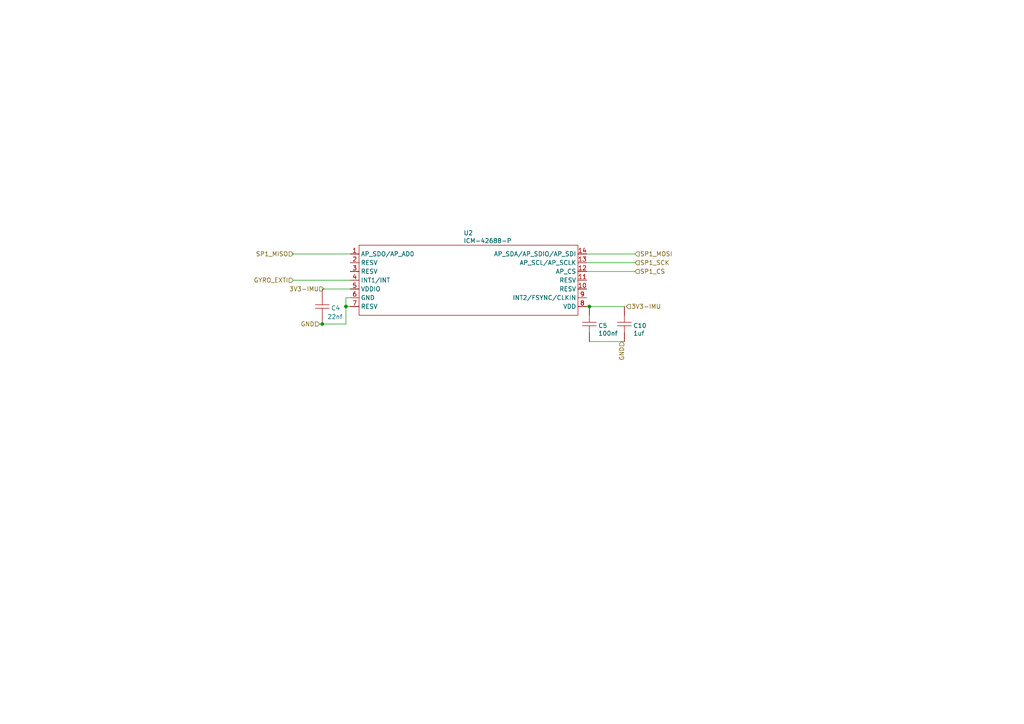
<source format=kicad_sch>
(kicad_sch
	(version 20250114)
	(generator "eeschema")
	(generator_version "9.0")
	(uuid "fda74890-97fa-4a8d-b5ab-f965a00fbb1f")
	(paper "A4")
	(lib_symbols
		(symbol "1_P1-altium-import:root_0_ICM-42688-P_"
			(exclude_from_sim no)
			(in_bom yes)
			(on_board yes)
			(property "Reference" ""
				(at 0 0 0)
				(effects
					(font
						(size 1.27 1.27)
					)
				)
			)
			(property "Value" ""
				(at 0 0 0)
				(effects
					(font
						(size 1.27 1.27)
					)
				)
			)
			(property "Footprint" ""
				(at 0 0 0)
				(effects
					(font
						(size 1.27 1.27)
					)
					(hide yes)
				)
			)
			(property "Datasheet" ""
				(at 0 0 0)
				(effects
					(font
						(size 1.27 1.27)
					)
					(hide yes)
				)
			)
			(property "Description" ""
				(at 0 0 0)
				(effects
					(font
						(size 1.27 1.27)
					)
					(hide yes)
				)
			)
			(property "ki_fp_filters" "*LGA-14_L3.0-W2.5-P0.50-TL*"
				(at 0 0 0)
				(effects
					(font
						(size 1.27 1.27)
					)
					(hide yes)
				)
			)
			(symbol "root_0_ICM-42688-P__1_0"
				(rectangle
					(start -31.75 10.16)
					(end 31.75 -10.16)
					(stroke
						(width 0)
						(type solid)
						(color 160 0 0 1)
					)
					(fill
						(type none)
					)
				)
				(pin passive line
					(at -34.29 7.62 0)
					(length 2.54)
					(name "AP_SDO/AP_AD0"
						(effects
							(font
								(size 1.27 1.27)
							)
						)
					)
					(number "1"
						(effects
							(font
								(size 1.27 1.27)
							)
						)
					)
				)
				(pin passive line
					(at -34.29 5.08 0)
					(length 2.54)
					(name "RESV"
						(effects
							(font
								(size 1.27 1.27)
							)
						)
					)
					(number "2"
						(effects
							(font
								(size 1.27 1.27)
							)
						)
					)
				)
				(pin passive line
					(at -34.29 2.54 0)
					(length 2.54)
					(name "RESV"
						(effects
							(font
								(size 1.27 1.27)
							)
						)
					)
					(number "3"
						(effects
							(font
								(size 1.27 1.27)
							)
						)
					)
				)
				(pin passive line
					(at -34.29 0 0)
					(length 2.54)
					(name "INT1/INT"
						(effects
							(font
								(size 1.27 1.27)
							)
						)
					)
					(number "4"
						(effects
							(font
								(size 1.27 1.27)
							)
						)
					)
				)
				(pin passive line
					(at -34.29 -2.54 0)
					(length 2.54)
					(name "VDDIO"
						(effects
							(font
								(size 1.27 1.27)
							)
						)
					)
					(number "5"
						(effects
							(font
								(size 1.27 1.27)
							)
						)
					)
				)
				(pin passive line
					(at -34.29 -5.08 0)
					(length 2.54)
					(name "GND"
						(effects
							(font
								(size 1.27 1.27)
							)
						)
					)
					(number "6"
						(effects
							(font
								(size 1.27 1.27)
							)
						)
					)
				)
				(pin passive line
					(at -34.29 -7.62 0)
					(length 2.54)
					(name "RESV"
						(effects
							(font
								(size 1.27 1.27)
							)
						)
					)
					(number "7"
						(effects
							(font
								(size 1.27 1.27)
							)
						)
					)
				)
				(pin passive line
					(at 34.29 7.62 180)
					(length 2.54)
					(name "AP_SDA/AP_SDIO/AP_SDI"
						(effects
							(font
								(size 1.27 1.27)
							)
						)
					)
					(number "14"
						(effects
							(font
								(size 1.27 1.27)
							)
						)
					)
				)
				(pin passive line
					(at 34.29 5.08 180)
					(length 2.54)
					(name "AP_SCL/AP_SCLK"
						(effects
							(font
								(size 1.27 1.27)
							)
						)
					)
					(number "13"
						(effects
							(font
								(size 1.27 1.27)
							)
						)
					)
				)
				(pin passive line
					(at 34.29 2.54 180)
					(length 2.54)
					(name "AP_CS"
						(effects
							(font
								(size 1.27 1.27)
							)
						)
					)
					(number "12"
						(effects
							(font
								(size 1.27 1.27)
							)
						)
					)
				)
				(pin passive line
					(at 34.29 0 180)
					(length 2.54)
					(name "RESV"
						(effects
							(font
								(size 1.27 1.27)
							)
						)
					)
					(number "11"
						(effects
							(font
								(size 1.27 1.27)
							)
						)
					)
				)
				(pin passive line
					(at 34.29 -2.54 180)
					(length 2.54)
					(name "RESV"
						(effects
							(font
								(size 1.27 1.27)
							)
						)
					)
					(number "10"
						(effects
							(font
								(size 1.27 1.27)
							)
						)
					)
				)
				(pin passive line
					(at 34.29 -5.08 180)
					(length 2.54)
					(name "INT2/FSYNC/CLKIN"
						(effects
							(font
								(size 1.27 1.27)
							)
						)
					)
					(number "9"
						(effects
							(font
								(size 1.27 1.27)
							)
						)
					)
				)
				(pin passive line
					(at 34.29 -7.62 180)
					(length 2.54)
					(name "VDD"
						(effects
							(font
								(size 1.27 1.27)
							)
						)
					)
					(number "8"
						(effects
							(font
								(size 1.27 1.27)
							)
						)
					)
				)
			)
			(embedded_fonts no)
		)
		(symbol "1_P1-altium-import:root_1_100nf_"
			(pin_numbers
				(hide yes)
			)
			(pin_names
				(hide yes)
			)
			(exclude_from_sim no)
			(in_bom yes)
			(on_board yes)
			(property "Reference" ""
				(at 0 0 0)
				(effects
					(font
						(size 1.27 1.27)
					)
				)
			)
			(property "Value" ""
				(at 0 0 0)
				(effects
					(font
						(size 1.27 1.27)
					)
				)
			)
			(property "Footprint" ""
				(at 0 0 0)
				(effects
					(font
						(size 1.27 1.27)
					)
					(hide yes)
				)
			)
			(property "Datasheet" ""
				(at 0 0 0)
				(effects
					(font
						(size 1.27 1.27)
					)
					(hide yes)
				)
			)
			(property "Description" ""
				(at 0 0 0)
				(effects
					(font
						(size 1.27 1.27)
					)
					(hide yes)
				)
			)
			(property "ki_fp_filters" "*C0201*"
				(at 0 0 0)
				(effects
					(font
						(size 1.27 1.27)
					)
					(hide yes)
				)
			)
			(symbol "root_1_100nf__1_0"
				(polyline
					(pts
						(xy -2.032 0.508) (xy 2.032 0.508)
					)
					(stroke
						(width 0)
						(type solid)
						(color 160 0 0 1)
					)
					(fill
						(type none)
					)
				)
				(polyline
					(pts
						(xy 0 2.54) (xy 0 0.508)
					)
					(stroke
						(width 0)
						(type solid)
						(color 160 0 0 1)
					)
					(fill
						(type none)
					)
				)
				(polyline
					(pts
						(xy 0 -0.508) (xy 0 -2.54)
					)
					(stroke
						(width 0)
						(type solid)
						(color 160 0 0 1)
					)
					(fill
						(type none)
					)
				)
				(polyline
					(pts
						(xy 2.032 -0.508) (xy -2.032 -0.508)
					)
					(stroke
						(width 0)
						(type solid)
						(color 160 0 0 1)
					)
					(fill
						(type none)
					)
				)
				(pin passive line
					(at 0 5.08 270)
					(length 2.54)
					(name "2"
						(effects
							(font
								(size 1.27 1.27)
							)
						)
					)
					(number "2"
						(effects
							(font
								(size 1.27 1.27)
							)
						)
					)
				)
				(pin passive line
					(at 0 -5.08 90)
					(length 2.54)
					(name "1"
						(effects
							(font
								(size 1.27 1.27)
							)
						)
					)
					(number "1"
						(effects
							(font
								(size 1.27 1.27)
							)
						)
					)
				)
			)
			(embedded_fonts no)
		)
		(symbol "1_P1-altium-import:root_1_1uf_"
			(pin_numbers
				(hide yes)
			)
			(pin_names
				(hide yes)
			)
			(exclude_from_sim no)
			(in_bom yes)
			(on_board yes)
			(property "Reference" ""
				(at 0 0 0)
				(effects
					(font
						(size 1.27 1.27)
					)
				)
			)
			(property "Value" ""
				(at 0 0 0)
				(effects
					(font
						(size 1.27 1.27)
					)
				)
			)
			(property "Footprint" ""
				(at 0 0 0)
				(effects
					(font
						(size 1.27 1.27)
					)
					(hide yes)
				)
			)
			(property "Datasheet" ""
				(at 0 0 0)
				(effects
					(font
						(size 1.27 1.27)
					)
					(hide yes)
				)
			)
			(property "Description" ""
				(at 0 0 0)
				(effects
					(font
						(size 1.27 1.27)
					)
					(hide yes)
				)
			)
			(property "ki_fp_filters" "*C0201*"
				(at 0 0 0)
				(effects
					(font
						(size 1.27 1.27)
					)
					(hide yes)
				)
			)
			(symbol "root_1_1uf__1_0"
				(polyline
					(pts
						(xy -2.032 0.508) (xy 2.032 0.508)
					)
					(stroke
						(width 0)
						(type solid)
						(color 160 0 0 1)
					)
					(fill
						(type none)
					)
				)
				(polyline
					(pts
						(xy 0 2.54) (xy 0 0.508)
					)
					(stroke
						(width 0)
						(type solid)
						(color 160 0 0 1)
					)
					(fill
						(type none)
					)
				)
				(polyline
					(pts
						(xy 0 -0.508) (xy 0 -2.54)
					)
					(stroke
						(width 0)
						(type solid)
						(color 160 0 0 1)
					)
					(fill
						(type none)
					)
				)
				(polyline
					(pts
						(xy 2.032 -0.508) (xy -2.032 -0.508)
					)
					(stroke
						(width 0)
						(type solid)
						(color 160 0 0 1)
					)
					(fill
						(type none)
					)
				)
				(pin passive line
					(at 0 5.08 270)
					(length 2.54)
					(name "2"
						(effects
							(font
								(size 1.27 1.27)
							)
						)
					)
					(number "2"
						(effects
							(font
								(size 1.27 1.27)
							)
						)
					)
				)
				(pin passive line
					(at 0 -5.08 90)
					(length 2.54)
					(name "1"
						(effects
							(font
								(size 1.27 1.27)
							)
						)
					)
					(number "1"
						(effects
							(font
								(size 1.27 1.27)
							)
						)
					)
				)
			)
			(embedded_fonts no)
		)
		(symbol "1_P1-altium-import:root_1_22nf_"
			(pin_numbers
				(hide yes)
			)
			(pin_names
				(hide yes)
			)
			(exclude_from_sim no)
			(in_bom yes)
			(on_board yes)
			(property "Reference" ""
				(at 0 0 0)
				(effects
					(font
						(size 1.27 1.27)
					)
				)
			)
			(property "Value" ""
				(at 0 0 0)
				(effects
					(font
						(size 1.27 1.27)
					)
				)
			)
			(property "Footprint" ""
				(at 0 0 0)
				(effects
					(font
						(size 1.27 1.27)
					)
					(hide yes)
				)
			)
			(property "Datasheet" ""
				(at 0 0 0)
				(effects
					(font
						(size 1.27 1.27)
					)
					(hide yes)
				)
			)
			(property "Description" ""
				(at 0 0 0)
				(effects
					(font
						(size 1.27 1.27)
					)
					(hide yes)
				)
			)
			(property "ki_fp_filters" "*C0201*"
				(at 0 0 0)
				(effects
					(font
						(size 1.27 1.27)
					)
					(hide yes)
				)
			)
			(symbol "root_1_22nf__1_0"
				(polyline
					(pts
						(xy -2.032 0.508) (xy 2.032 0.508)
					)
					(stroke
						(width 0)
						(type solid)
						(color 160 0 0 1)
					)
					(fill
						(type none)
					)
				)
				(polyline
					(pts
						(xy 0 2.54) (xy 0 0.508)
					)
					(stroke
						(width 0)
						(type solid)
						(color 160 0 0 1)
					)
					(fill
						(type none)
					)
				)
				(polyline
					(pts
						(xy 0 -0.508) (xy 0 -2.54)
					)
					(stroke
						(width 0)
						(type solid)
						(color 160 0 0 1)
					)
					(fill
						(type none)
					)
				)
				(polyline
					(pts
						(xy 2.032 -0.508) (xy -2.032 -0.508)
					)
					(stroke
						(width 0)
						(type solid)
						(color 160 0 0 1)
					)
					(fill
						(type none)
					)
				)
				(pin passive line
					(at 0 5.08 270)
					(length 2.54)
					(name "2"
						(effects
							(font
								(size 1.27 1.27)
							)
						)
					)
					(number "2"
						(effects
							(font
								(size 1.27 1.27)
							)
						)
					)
				)
				(pin passive line
					(at 0 -5.08 90)
					(length 2.54)
					(name "1"
						(effects
							(font
								(size 1.27 1.27)
							)
						)
					)
					(number "1"
						(effects
							(font
								(size 1.27 1.27)
							)
						)
					)
				)
			)
			(embedded_fonts no)
		)
	)
	(junction
		(at 170.942 88.9)
		(diameter 0)
		(color 0 0 0 0)
		(uuid "3d195fff-aa5c-49e8-b07c-38790423aca0")
	)
	(junction
		(at 100.33 88.9)
		(diameter 0)
		(color 0 0 0 0)
		(uuid "6fa4ae6d-99c7-4816-97c9-230558c505f0")
	)
	(junction
		(at 93.472 93.98)
		(diameter 0)
		(color 0 0 0 0)
		(uuid "b6b00e91-a31e-444b-b234-185157464d94")
	)
	(wire
		(pts
			(xy 170.18 78.74) (xy 184.15 78.74)
		)
		(stroke
			(width 0)
			(type default)
		)
		(uuid "045479a4-340b-4b8b-8204-2bafb43a66c7")
	)
	(wire
		(pts
			(xy 181.102 88.9) (xy 170.942 88.9)
		)
		(stroke
			(width 0)
			(type default)
		)
		(uuid "10d65d81-5beb-4916-8239-21b3e019a888")
	)
	(wire
		(pts
			(xy 181.102 99.06) (xy 170.942 99.06)
		)
		(stroke
			(width 0)
			(type default)
		)
		(uuid "4097610a-71f1-4733-b464-4dfcebdd2500")
	)
	(wire
		(pts
			(xy 101.6 73.66) (xy 84.582 73.66)
		)
		(stroke
			(width 0)
			(type default)
		)
		(uuid "71039323-dd15-4b22-b26e-d90572ccef2a")
	)
	(wire
		(pts
			(xy 100.33 93.98) (xy 100.33 88.9)
		)
		(stroke
			(width 0)
			(type default)
		)
		(uuid "7fa7cc28-3f27-4c1d-8bab-179147091141")
	)
	(wire
		(pts
			(xy 85.09 81.28) (xy 101.6 81.28)
		)
		(stroke
			(width 0)
			(type default)
		)
		(uuid "8c44d4c8-2f4f-4927-bf45-0cd0e83fd585")
	)
	(wire
		(pts
			(xy 100.33 86.36) (xy 100.33 88.9)
		)
		(stroke
			(width 0)
			(type default)
		)
		(uuid "8c858f9a-9e9f-4a3f-9d9e-7b22d8ebecac")
	)
	(wire
		(pts
			(xy 101.6 88.9) (xy 100.33 88.9)
		)
		(stroke
			(width 0)
			(type default)
		)
		(uuid "90c9cc55-721a-4054-a048-dc378ede4ab3")
	)
	(wire
		(pts
			(xy 101.6 83.82) (xy 93.472 83.82)
		)
		(stroke
			(width 0)
			(type default)
		)
		(uuid "c2a6bbe5-df5b-499d-8936-7d8e2e43b552")
	)
	(wire
		(pts
			(xy 100.33 86.36) (xy 101.6 86.36)
		)
		(stroke
			(width 0)
			(type default)
		)
		(uuid "ca0227cd-e82a-4f19-809b-d34747586a57")
	)
	(wire
		(pts
			(xy 170.18 88.9) (xy 170.942 88.9)
		)
		(stroke
			(width 0)
			(type default)
		)
		(uuid "cde9745a-3f36-4246-bb06-2960433560e0")
	)
	(wire
		(pts
			(xy 170.18 73.66) (xy 184.15 73.66)
		)
		(stroke
			(width 0)
			(type default)
		)
		(uuid "d0ddd430-47c0-4cd4-a6b5-6960c0d261a3")
	)
	(wire
		(pts
			(xy 93.472 93.98) (xy 100.33 93.98)
		)
		(stroke
			(width 0)
			(type default)
		)
		(uuid "e104af23-5331-439f-b842-cc6090361efa")
	)
	(wire
		(pts
			(xy 92.71 93.98) (xy 93.472 93.98)
		)
		(stroke
			(width 0)
			(type default)
		)
		(uuid "ea37d58c-5401-4f90-9df0-041987ebbe88")
	)
	(wire
		(pts
			(xy 170.18 76.2) (xy 184.15 76.2)
		)
		(stroke
			(width 0)
			(type default)
		)
		(uuid "fc2875d0-975b-4c1d-8777-9022914c24ed")
	)
	(hierarchical_label "3V3-IMU"
		(shape input)
		(at 93.98 83.82 180)
		(effects
			(font
				(size 1.27 1.27)
			)
			(justify right)
		)
		(uuid "000453fe-f4c3-44e1-ab4a-c293383229ad")
	)
	(hierarchical_label "3V3-IMU"
		(shape input)
		(at 181.61 88.9 0)
		(effects
			(font
				(size 1.27 1.27)
			)
			(justify left)
		)
		(uuid "10b7ba92-4419-467b-b3c6-d4814c15953a")
	)
	(hierarchical_label "SP1_MISO"
		(shape input)
		(at 85.09 73.66 180)
		(effects
			(font
				(size 1.27 1.27)
			)
			(justify right)
		)
		(uuid "247d4d8e-d880-457b-be16-56ac8c5d2e8b")
	)
	(hierarchical_label "SP1_CS"
		(shape input)
		(at 184.15 78.74 0)
		(effects
			(font
				(size 1.27 1.27)
			)
			(justify left)
		)
		(uuid "456d1050-6876-4432-b519-bb81379dacb0")
	)
	(hierarchical_label "GND"
		(shape input)
		(at 180.34 99.06 270)
		(effects
			(font
				(size 1.27 1.27)
			)
			(justify right)
		)
		(uuid "4f59ffde-2b34-43f1-9fe4-26cfc65f11c5")
	)
	(hierarchical_label "SP1_MOSI"
		(shape input)
		(at 184.15 73.66 0)
		(effects
			(font
				(size 1.27 1.27)
			)
			(justify left)
		)
		(uuid "8366d33e-ad76-4eea-ac0f-427cafe1e5c3")
	)
	(hierarchical_label "GND"
		(shape input)
		(at 92.71 93.98 180)
		(effects
			(font
				(size 1.27 1.27)
			)
			(justify right)
		)
		(uuid "ac22f258-6493-41c0-bb2f-34be5e74ac79")
	)
	(hierarchical_label "GYRO_EXTI"
		(shape input)
		(at 85.09 81.28 180)
		(effects
			(font
				(size 1.27 1.27)
			)
			(justify right)
		)
		(uuid "aec939ba-5992-4645-b979-a5c4a15a0c48")
	)
	(hierarchical_label "SP1_SCK"
		(shape input)
		(at 184.15 76.2 0)
		(effects
			(font
				(size 1.27 1.27)
			)
			(justify left)
		)
		(uuid "d3e6d0ad-52b0-41ff-b97f-a02819b7c5ef")
	)
	(symbol
		(lib_id "1_P1-altium-import:root_1_100nf_")
		(at 170.942 93.98 0)
		(unit 1)
		(exclude_from_sim no)
		(in_bom yes)
		(on_board yes)
		(dnp no)
		(uuid "09289050-da9f-4e17-89a2-52926f04f875")
		(property "Reference" "C5"
			(at 173.484 95.177 0)
			(effects
				(font
					(size 1.27 1.27)
				)
				(justify left bottom)
			)
		)
		(property "Value" "100nf"
			(at 173.482 97.421 0)
			(effects
				(font
					(size 1.27 1.27)
				)
				(justify left bottom)
			)
		)
		(property "Footprint" "lcsc:C0201"
			(at 170.942 93.98 0)
			(effects
				(font
					(size 1.27 1.27)
				)
				(hide yes)
			)
		)
		(property "Datasheet" ""
			(at 170.942 93.98 0)
			(effects
				(font
					(size 1.27 1.27)
				)
				(hide yes)
			)
		)
		(property "Description" ""
			(at 170.942 93.98 0)
			(effects
				(font
					(size 1.27 1.27)
				)
				(hide yes)
			)
		)
		(property "SYMBOL" "100nf"
			(at 170.942 93.98 0)
			(effects
				(font
					(size 1.27 1.27)
				)
				(justify left bottom)
				(hide yes)
			)
		)
		(property "DEVICE" "100nf"
			(at 170.942 93.98 0)
			(effects
				(font
					(size 1.27 1.27)
				)
				(justify left bottom)
				(hide yes)
			)
		)
		(property "SUPPLIER PART" ""
			(at 170.942 93.98 0)
			(effects
				(font
					(size 1.27 1.27)
				)
				(justify left bottom)
				(hide yes)
			)
		)
		(property "SUPPLIER" ""
			(at 170.942 93.98 0)
			(effects
				(font
					(size 1.27 1.27)
				)
				(justify left bottom)
				(hide yes)
			)
		)
		(property "MANUFACTURER PART" ""
			(at 170.942 93.98 0)
			(effects
				(font
					(size 1.27 1.27)
				)
				(justify left bottom)
				(hide yes)
			)
		)
		(property "CONVERT TO PCB" "yes"
			(at 170.942 93.98 0)
			(effects
				(font
					(size 1.27 1.27)
				)
				(justify left bottom)
				(hide yes)
			)
		)
		(property "ADD INTO BOM" "yes"
			(at 170.942 93.98 0)
			(effects
				(font
					(size 1.27 1.27)
				)
				(justify left bottom)
				(hide yes)
			)
		)
		(property "ORIGIN FOOTPRINT" "0402-CAP"
			(at 170.942 93.98 0)
			(effects
				(font
					(size 1.27 1.27)
				)
				(justify left bottom)
				(hide yes)
			)
		)
		(property "NAMEALIAS" "Value(F)"
			(at 170.942 93.98 0)
			(effects
				(font
					(size 1.27 1.27)
				)
				(justify left bottom)
				(hide yes)
			)
		)
		(property "CONTRIBUTOR" "LCEDA_Lib"
			(at 170.942 93.98 0)
			(effects
				(font
					(size 1.27 1.27)
				)
				(justify left bottom)
				(hide yes)
			)
		)
		(property "SPICEPRE" "C"
			(at 170.942 93.98 0)
			(effects
				(font
					(size 1.27 1.27)
				)
				(justify left bottom)
				(hide yes)
			)
		)
		(property "SPICESYMBOLNAME" "C_0402_US"
			(at 170.942 93.98 0)
			(effects
				(font
					(size 1.27 1.27)
				)
				(justify left bottom)
				(hide yes)
			)
		)
		(property "REUSE BLOCK" ""
			(at 70.104 250.19 0)
			(effects
				(font
					(size 1.27 1.27)
				)
				(justify left bottom)
				(hide yes)
			)
		)
		(property "GROUP ID" ""
			(at 70.104 250.19 0)
			(effects
				(font
					(size 1.27 1.27)
				)
				(justify left bottom)
				(hide yes)
			)
		)
		(property "CHANNEL ID" ""
			(at 70.104 250.19 0)
			(effects
				(font
					(size 1.27 1.27)
				)
				(justify left bottom)
				(hide yes)
			)
		)
		(property "BREAKDOWN VOLTAGE" ""
			(at 170.942 93.98 0)
			(effects
				(font
					(size 1.27 1.27)
				)
				(hide yes)
			)
		)
		(property "MAXIMUM CLAMPING VOLTAGE" ""
			(at 170.942 93.98 0)
			(effects
				(font
					(size 1.27 1.27)
				)
				(hide yes)
			)
		)
		(property "MOUNTING SYTLE" ""
			(at 170.942 93.98 0)
			(effects
				(font
					(size 1.27 1.27)
				)
				(hide yes)
			)
		)
		(property "PEAK PULSE CURRENT (IPP)@10/1000US" ""
			(at 170.942 93.98 0)
			(effects
				(font
					(size 1.27 1.27)
				)
				(hide yes)
			)
		)
		(property "PEAK PULSE POWER DISSIPATION (PPP)@10/1000US" ""
			(at 170.942 93.98 0)
			(effects
				(font
					(size 1.27 1.27)
				)
				(hide yes)
			)
		)
		(property "POLARITY" ""
			(at 170.942 93.98 0)
			(effects
				(font
					(size 1.27 1.27)
				)
				(hide yes)
			)
		)
		(property "POWER(WATTS)" ""
			(at 170.942 93.98 0)
			(effects
				(font
					(size 1.27 1.27)
				)
				(hide yes)
			)
		)
		(property "REVERSE STAND-OFF VOLTAGE (VRWM)" ""
			(at 170.942 93.98 0)
			(effects
				(font
					(size 1.27 1.27)
				)
				(hide yes)
			)
		)
		(pin "2"
			(uuid "9b2af8f3-a2b9-4fb9-8a7c-811098cf1275")
		)
		(pin "1"
			(uuid "ebb94e80-42a9-4e86-a768-b10d3ad05be9")
		)
		(instances
			(project "hardware"
				(path "/5022a1d8-d19f-465c-a616-d8d6757adef4/3ad18716-60ee-4435-bcbd-0604ae01c6e0"
					(reference "C5")
					(unit 1)
				)
			)
		)
	)
	(symbol
		(lib_id "1_P1-altium-import:root_1_1uf_")
		(at 181.102 93.98 0)
		(unit 1)
		(exclude_from_sim no)
		(in_bom yes)
		(on_board yes)
		(dnp no)
		(uuid "833c9129-cecf-438f-9159-4716a915524c")
		(property "Reference" "C10"
			(at 183.644 95.177 0)
			(effects
				(font
					(size 1.27 1.27)
				)
				(justify left bottom)
			)
		)
		(property "Value" "1uf"
			(at 183.642 97.421 0)
			(effects
				(font
					(size 1.27 1.27)
				)
				(justify left bottom)
			)
		)
		(property "Footprint" "lcsc:C0201"
			(at 181.102 93.98 0)
			(effects
				(font
					(size 1.27 1.27)
				)
				(hide yes)
			)
		)
		(property "Datasheet" ""
			(at 181.102 93.98 0)
			(effects
				(font
					(size 1.27 1.27)
				)
				(hide yes)
			)
		)
		(property "Description" ""
			(at 181.102 93.98 0)
			(effects
				(font
					(size 1.27 1.27)
				)
				(hide yes)
			)
		)
		(property "SYMBOL" "1uf"
			(at 181.102 93.98 0)
			(effects
				(font
					(size 1.27 1.27)
				)
				(justify left bottom)
				(hide yes)
			)
		)
		(property "DEVICE" "1uf"
			(at 181.102 93.98 0)
			(effects
				(font
					(size 1.27 1.27)
				)
				(justify left bottom)
				(hide yes)
			)
		)
		(property "SUPPLIER PART" ""
			(at 181.102 93.98 0)
			(effects
				(font
					(size 1.27 1.27)
				)
				(justify left bottom)
				(hide yes)
			)
		)
		(property "SUPPLIER" ""
			(at 181.102 93.98 0)
			(effects
				(font
					(size 1.27 1.27)
				)
				(justify left bottom)
				(hide yes)
			)
		)
		(property "MANUFACTURER PART" ""
			(at 181.102 93.98 0)
			(effects
				(font
					(size 1.27 1.27)
				)
				(justify left bottom)
				(hide yes)
			)
		)
		(property "CONVERT TO PCB" "yes"
			(at 181.102 93.98 0)
			(effects
				(font
					(size 1.27 1.27)
				)
				(justify left bottom)
				(hide yes)
			)
		)
		(property "ADD INTO BOM" "yes"
			(at 181.102 93.98 0)
			(effects
				(font
					(size 1.27 1.27)
				)
				(justify left bottom)
				(hide yes)
			)
		)
		(property "ORIGIN FOOTPRINT" "0402-CAP"
			(at 181.102 93.98 0)
			(effects
				(font
					(size 1.27 1.27)
				)
				(justify left bottom)
				(hide yes)
			)
		)
		(property "NAMEALIAS" "Value(F)"
			(at 181.102 93.98 0)
			(effects
				(font
					(size 1.27 1.27)
				)
				(justify left bottom)
				(hide yes)
			)
		)
		(property "CONTRIBUTOR" "LCEDA_Lib"
			(at 181.102 93.98 0)
			(effects
				(font
					(size 1.27 1.27)
				)
				(justify left bottom)
				(hide yes)
			)
		)
		(property "SPICEPRE" "C"
			(at 181.102 93.98 0)
			(effects
				(font
					(size 1.27 1.27)
				)
				(justify left bottom)
				(hide yes)
			)
		)
		(property "SPICESYMBOLNAME" "C_0402_US"
			(at 181.102 93.98 0)
			(effects
				(font
					(size 1.27 1.27)
				)
				(justify left bottom)
				(hide yes)
			)
		)
		(property "REUSE BLOCK" ""
			(at 70.104 250.19 0)
			(effects
				(font
					(size 1.27 1.27)
				)
				(justify left bottom)
				(hide yes)
			)
		)
		(property "GROUP ID" ""
			(at 70.104 250.19 0)
			(effects
				(font
					(size 1.27 1.27)
				)
				(justify left bottom)
				(hide yes)
			)
		)
		(property "CHANNEL ID" ""
			(at 70.104 250.19 0)
			(effects
				(font
					(size 1.27 1.27)
				)
				(justify left bottom)
				(hide yes)
			)
		)
		(property "BREAKDOWN VOLTAGE" ""
			(at 181.102 93.98 0)
			(effects
				(font
					(size 1.27 1.27)
				)
				(hide yes)
			)
		)
		(property "MAXIMUM CLAMPING VOLTAGE" ""
			(at 181.102 93.98 0)
			(effects
				(font
					(size 1.27 1.27)
				)
				(hide yes)
			)
		)
		(property "MOUNTING SYTLE" ""
			(at 181.102 93.98 0)
			(effects
				(font
					(size 1.27 1.27)
				)
				(hide yes)
			)
		)
		(property "PEAK PULSE CURRENT (IPP)@10/1000US" ""
			(at 181.102 93.98 0)
			(effects
				(font
					(size 1.27 1.27)
				)
				(hide yes)
			)
		)
		(property "PEAK PULSE POWER DISSIPATION (PPP)@10/1000US" ""
			(at 181.102 93.98 0)
			(effects
				(font
					(size 1.27 1.27)
				)
				(hide yes)
			)
		)
		(property "POLARITY" ""
			(at 181.102 93.98 0)
			(effects
				(font
					(size 1.27 1.27)
				)
				(hide yes)
			)
		)
		(property "POWER(WATTS)" ""
			(at 181.102 93.98 0)
			(effects
				(font
					(size 1.27 1.27)
				)
				(hide yes)
			)
		)
		(property "REVERSE STAND-OFF VOLTAGE (VRWM)" ""
			(at 181.102 93.98 0)
			(effects
				(font
					(size 1.27 1.27)
				)
				(hide yes)
			)
		)
		(pin "1"
			(uuid "dd1ce40a-73a2-4d36-a85c-602c8222538f")
		)
		(pin "2"
			(uuid "453c6c13-9d07-4918-8908-182699acc797")
		)
		(instances
			(project "hardware"
				(path "/5022a1d8-d19f-465c-a616-d8d6757adef4/3ad18716-60ee-4435-bcbd-0604ae01c6e0"
					(reference "C10")
					(unit 1)
				)
			)
		)
	)
	(symbol
		(lib_id "1_P1-altium-import:root_0_ICM-42688-P_")
		(at 135.89 81.28 0)
		(unit 1)
		(exclude_from_sim no)
		(in_bom yes)
		(on_board yes)
		(dnp no)
		(uuid "89d8c6fb-3a23-48e4-9a21-da18a452b3db")
		(property "Reference" "U2"
			(at 134.43 68.291 0)
			(effects
				(font
					(size 1.27 1.27)
				)
				(justify left bottom)
			)
		)
		(property "Value" "ICM-42688-P"
			(at 134.43 70.577 0)
			(effects
				(font
					(size 1.27 1.27)
				)
				(justify left bottom)
			)
		)
		(property "Footprint" "lcsc:LGA-14_L3.0-W2.5-P0.50-TL"
			(at 135.89 81.28 0)
			(effects
				(font
					(size 1.27 1.27)
				)
				(hide yes)
			)
		)
		(property "Datasheet" ""
			(at 135.89 81.28 0)
			(effects
				(font
					(size 1.27 1.27)
				)
				(hide yes)
			)
		)
		(property "Description" ""
			(at 135.89 81.28 0)
			(effects
				(font
					(size 1.27 1.27)
				)
				(hide yes)
			)
		)
		(property "SYMBOL" "ICM-42688-P"
			(at 135.89 81.28 0)
			(effects
				(font
					(size 1.27 1.27)
				)
				(justify left bottom)
				(hide yes)
			)
		)
		(property "DEVICE" "ICM-42688-P"
			(at 135.89 81.28 0)
			(effects
				(font
					(size 1.27 1.27)
				)
				(justify left bottom)
				(hide yes)
			)
		)
		(property "SUPPLIER" "LCSC"
			(at 135.89 81.28 0)
			(effects
				(font
					(size 1.27 1.27)
				)
				(justify left bottom)
				(hide yes)
			)
		)
		(property "SUPPLIER PART" "C1850418"
			(at 135.89 81.28 0)
			(effects
				(font
					(size 1.27 1.27)
				)
				(justify left bottom)
				(hide yes)
			)
		)
		(property "MANUFACTURER" "TDK InvenSense(应美盛)"
			(at 135.89 81.28 0)
			(effects
				(font
					(size 1.27 1.27)
				)
				(justify left bottom)
				(hide yes)
			)
		)
		(property "MANUFACTURER PART" "ICM-42688-P"
			(at 135.89 81.28 0)
			(effects
				(font
					(size 1.27 1.27)
				)
				(justify left bottom)
				(hide yes)
			)
		)
		(property "JLCPCB PART CLASS" "Extended Part"
			(at 135.89 81.28 0)
			(effects
				(font
					(size 1.27 1.27)
				)
				(justify left bottom)
				(hide yes)
			)
		)
		(property "CONVERT TO PCB" "yes"
			(at 135.89 81.28 0)
			(effects
				(font
					(size 1.27 1.27)
				)
				(justify left bottom)
				(hide yes)
			)
		)
		(property "ADD INTO BOM" "yes"
			(at 135.89 81.28 0)
			(effects
				(font
					(size 1.27 1.27)
				)
				(justify left bottom)
				(hide yes)
			)
		)
		(property "ORIGIN FOOTPRINT" "LGA-14_L3.0-W2.5-P0.50-TL"
			(at 135.89 81.28 0)
			(effects
				(font
					(size 1.27 1.27)
				)
				(justify left bottom)
				(hide yes)
			)
		)
		(property "CONTRIBUTOR" "LCSC"
			(at 135.89 81.28 0)
			(effects
				(font
					(size 1.27 1.27)
				)
				(justify left bottom)
				(hide yes)
			)
		)
		(property "SPICEPRE" "R"
			(at 135.89 81.28 0)
			(effects
				(font
					(size 1.27 1.27)
				)
				(justify left bottom)
				(hide yes)
			)
		)
		(property "SPICESYMBOLNAME" "ICM-42688-P"
			(at 135.89 81.28 0)
			(effects
				(font
					(size 1.27 1.27)
				)
				(justify left bottom)
				(hide yes)
			)
		)
		(property "REUSE BLOCK" ""
			(at 70.612 250.19 0)
			(effects
				(font
					(size 1.27 1.27)
				)
				(justify left bottom)
				(hide yes)
			)
		)
		(property "GROUP ID" ""
			(at 70.612 250.19 0)
			(effects
				(font
					(size 1.27 1.27)
				)
				(justify left bottom)
				(hide yes)
			)
		)
		(property "CHANNEL ID" ""
			(at 70.612 250.19 0)
			(effects
				(font
					(size 1.27 1.27)
				)
				(justify left bottom)
				(hide yes)
			)
		)
		(property "BREAKDOWN VOLTAGE" ""
			(at 135.89 81.28 0)
			(effects
				(font
					(size 1.27 1.27)
				)
				(hide yes)
			)
		)
		(property "MAXIMUM CLAMPING VOLTAGE" ""
			(at 135.89 81.28 0)
			(effects
				(font
					(size 1.27 1.27)
				)
				(hide yes)
			)
		)
		(property "MOUNTING SYTLE" ""
			(at 135.89 81.28 0)
			(effects
				(font
					(size 1.27 1.27)
				)
				(hide yes)
			)
		)
		(property "PEAK PULSE CURRENT (IPP)@10/1000US" ""
			(at 135.89 81.28 0)
			(effects
				(font
					(size 1.27 1.27)
				)
				(hide yes)
			)
		)
		(property "PEAK PULSE POWER DISSIPATION (PPP)@10/1000US" ""
			(at 135.89 81.28 0)
			(effects
				(font
					(size 1.27 1.27)
				)
				(hide yes)
			)
		)
		(property "POLARITY" ""
			(at 135.89 81.28 0)
			(effects
				(font
					(size 1.27 1.27)
				)
				(hide yes)
			)
		)
		(property "POWER(WATTS)" ""
			(at 135.89 81.28 0)
			(effects
				(font
					(size 1.27 1.27)
				)
				(hide yes)
			)
		)
		(property "REVERSE STAND-OFF VOLTAGE (VRWM)" ""
			(at 135.89 81.28 0)
			(effects
				(font
					(size 1.27 1.27)
				)
				(hide yes)
			)
		)
		(pin "1"
			(uuid "5b56a42b-5d04-4ba7-af3e-eef8be30076e")
		)
		(pin "2"
			(uuid "a010a180-8a24-4480-9f30-1512df52f4a0")
		)
		(pin "5"
			(uuid "3ad81213-7e65-4974-bf17-3ba22d73b500")
		)
		(pin "6"
			(uuid "bbf9560b-3809-4f11-bf4f-5ccad8d8a8d6")
		)
		(pin "9"
			(uuid "9700747f-9dfb-4de2-9e98-5d3c5fac9848")
		)
		(pin "4"
			(uuid "e8f97eff-c17e-4bc4-98c6-03465d4fbdc6")
		)
		(pin "10"
			(uuid "e2be202d-ebc5-4898-b73a-c0719e046621")
		)
		(pin "11"
			(uuid "c00d6bf6-830b-4caf-8db1-026cf2c12ee0")
		)
		(pin "13"
			(uuid "96e633cc-cf75-4422-86a8-4b554ee04df0")
		)
		(pin "7"
			(uuid "8ea8912a-5b17-46a9-8b67-a4064beeacd2")
		)
		(pin "3"
			(uuid "b92d3b37-7c29-457d-a4a5-4f18eff369a5")
		)
		(pin "8"
			(uuid "5ff287e6-f0b4-4d03-80c8-90ddc1ab8a3d")
		)
		(pin "12"
			(uuid "18dacabf-9c71-4620-b1d9-b1ef61bbeda4")
		)
		(pin "14"
			(uuid "a242a787-f8d8-4b5b-92e9-ce3fe2d26a2f")
		)
		(instances
			(project "hardware"
				(path "/5022a1d8-d19f-465c-a616-d8d6757adef4/3ad18716-60ee-4435-bcbd-0604ae01c6e0"
					(reference "U2")
					(unit 1)
				)
			)
		)
	)
	(symbol
		(lib_id "1_P1-altium-import:root_1_22nf_")
		(at 93.472 88.9 0)
		(unit 1)
		(exclude_from_sim no)
		(in_bom yes)
		(on_board yes)
		(dnp no)
		(uuid "a6270b94-ea22-46ba-ab2a-bde023298baf")
		(property "Reference" "C4"
			(at 96.012 90.074 0)
			(effects
				(font
					(size 1.27 1.27)
				)
				(justify left bottom)
			)
		)
		(property "Value" "22nf"
			(at 94.905 92.614 0)
			(effects
				(font
					(size 1.27 1.27)
				)
				(justify left bottom)
			)
		)
		(property "Footprint" "lcsc:C0201"
			(at 93.472 88.9 0)
			(effects
				(font
					(size 1.27 1.27)
				)
				(hide yes)
			)
		)
		(property "Datasheet" ""
			(at 93.472 88.9 0)
			(effects
				(font
					(size 1.27 1.27)
				)
				(hide yes)
			)
		)
		(property "Description" ""
			(at 93.472 88.9 0)
			(effects
				(font
					(size 1.27 1.27)
				)
				(hide yes)
			)
		)
		(property "SYMBOL" "22nf"
			(at 93.472 88.9 0)
			(effects
				(font
					(size 1.27 1.27)
				)
				(justify left bottom)
				(hide yes)
			)
		)
		(property "DEVICE" "22nf"
			(at 93.472 88.9 0)
			(effects
				(font
					(size 1.27 1.27)
				)
				(justify left bottom)
				(hide yes)
			)
		)
		(property "SUPPLIER PART" ""
			(at 93.472 88.9 0)
			(effects
				(font
					(size 1.27 1.27)
				)
				(justify left bottom)
				(hide yes)
			)
		)
		(property "SUPPLIER" ""
			(at 93.472 88.9 0)
			(effects
				(font
					(size 1.27 1.27)
				)
				(justify left bottom)
				(hide yes)
			)
		)
		(property "MANUFACTURER PART" ""
			(at 93.472 88.9 0)
			(effects
				(font
					(size 1.27 1.27)
				)
				(justify left bottom)
				(hide yes)
			)
		)
		(property "CONVERT TO PCB" "yes"
			(at 93.472 88.9 0)
			(effects
				(font
					(size 1.27 1.27)
				)
				(justify left bottom)
				(hide yes)
			)
		)
		(property "ADD INTO BOM" "yes"
			(at 93.472 88.9 0)
			(effects
				(font
					(size 1.27 1.27)
				)
				(justify left bottom)
				(hide yes)
			)
		)
		(property "ORIGIN FOOTPRINT" "0402-CAP"
			(at 93.472 88.9 0)
			(effects
				(font
					(size 1.27 1.27)
				)
				(justify left bottom)
				(hide yes)
			)
		)
		(property "NAMEALIAS" "Value(F)"
			(at 93.472 88.9 0)
			(effects
				(font
					(size 1.27 1.27)
				)
				(justify left bottom)
				(hide yes)
			)
		)
		(property "CONTRIBUTOR" "LCEDA_Lib"
			(at 93.472 88.9 0)
			(effects
				(font
					(size 1.27 1.27)
				)
				(justify left bottom)
				(hide yes)
			)
		)
		(property "SPICEPRE" "C"
			(at 93.472 88.9 0)
			(effects
				(font
					(size 1.27 1.27)
				)
				(justify left bottom)
				(hide yes)
			)
		)
		(property "SPICESYMBOLNAME" "C_0402_US"
			(at 93.472 88.9 0)
			(effects
				(font
					(size 1.27 1.27)
				)
				(justify left bottom)
				(hide yes)
			)
		)
		(property "REUSE BLOCK" ""
			(at 70.104 250.19 0)
			(effects
				(font
					(size 1.27 1.27)
				)
				(justify left bottom)
				(hide yes)
			)
		)
		(property "GROUP ID" ""
			(at 70.104 250.19 0)
			(effects
				(font
					(size 1.27 1.27)
				)
				(justify left bottom)
				(hide yes)
			)
		)
		(property "CHANNEL ID" ""
			(at 70.104 250.19 0)
			(effects
				(font
					(size 1.27 1.27)
				)
				(justify left bottom)
				(hide yes)
			)
		)
		(property "BREAKDOWN VOLTAGE" ""
			(at 93.472 88.9 0)
			(effects
				(font
					(size 1.27 1.27)
				)
				(hide yes)
			)
		)
		(property "MAXIMUM CLAMPING VOLTAGE" ""
			(at 93.472 88.9 0)
			(effects
				(font
					(size 1.27 1.27)
				)
				(hide yes)
			)
		)
		(property "MOUNTING SYTLE" ""
			(at 93.472 88.9 0)
			(effects
				(font
					(size 1.27 1.27)
				)
				(hide yes)
			)
		)
		(property "PEAK PULSE CURRENT (IPP)@10/1000US" ""
			(at 93.472 88.9 0)
			(effects
				(font
					(size 1.27 1.27)
				)
				(hide yes)
			)
		)
		(property "PEAK PULSE POWER DISSIPATION (PPP)@10/1000US" ""
			(at 93.472 88.9 0)
			(effects
				(font
					(size 1.27 1.27)
				)
				(hide yes)
			)
		)
		(property "POLARITY" ""
			(at 93.472 88.9 0)
			(effects
				(font
					(size 1.27 1.27)
				)
				(hide yes)
			)
		)
		(property "POWER(WATTS)" ""
			(at 93.472 88.9 0)
			(effects
				(font
					(size 1.27 1.27)
				)
				(hide yes)
			)
		)
		(property "REVERSE STAND-OFF VOLTAGE (VRWM)" ""
			(at 93.472 88.9 0)
			(effects
				(font
					(size 1.27 1.27)
				)
				(hide yes)
			)
		)
		(pin "2"
			(uuid "f0fc7a11-367e-497d-8edc-ed971cbb3dc4")
		)
		(pin "1"
			(uuid "366813eb-bdc0-45c1-81f2-358c19ec9a28")
		)
		(instances
			(project "hardware"
				(path "/5022a1d8-d19f-465c-a616-d8d6757adef4/3ad18716-60ee-4435-bcbd-0604ae01c6e0"
					(reference "C4")
					(unit 1)
				)
			)
		)
	)
)

</source>
